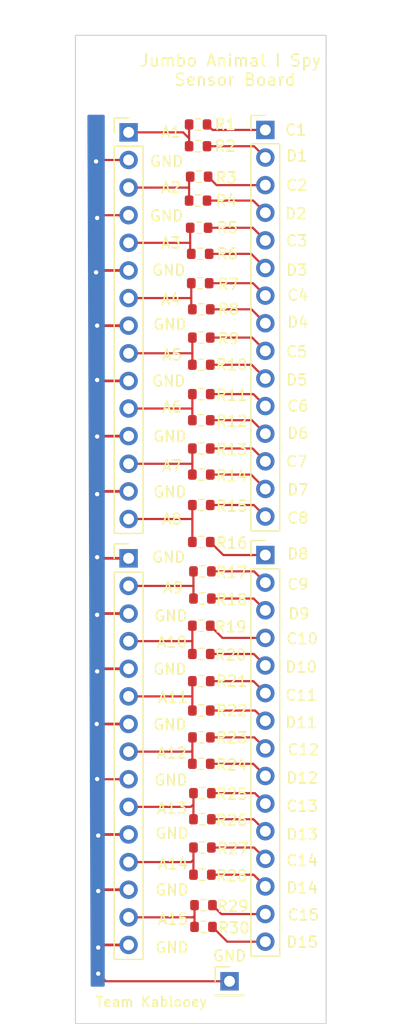
<source format=kicad_pcb>
(kicad_pcb (version 20211014) (generator pcbnew)
  (layers (0 "F.Cu" signal) (31 "B.Cu" signal) (34 "B.Paste" user) (35 "F.Paste" user) (36 "B.SilkS" user "B.Silkscreen") (37 "F.SilkS" user "F.Silkscreen") (38 "B.Mask" user) (39 "F.Mask" user) (44 "Edge.Cuts" user))
  (net 0 "")
  (net 1 "Analog1")
  (net 2 "Analog2")
  (net 3 "Analog3")
  (net 4 "Analog4")
  (net 5 "Analog5")
  (net 6 "Analog6")
  (net 7 "Analog7")
  (net 8 "Analog8")
  (net 9 "Analog9")
  (net 10 "Analog10")
  (net 11 "Analog11")
  (net 12 "Analog12")
  (net 13 "C1 charge")
  (net 14 "C1 discharge")
  (net 15 "GND")
  (net 16 "C2 charge")
  (net 17 "C6 charge")
  (net 18 "C6 discharge")
  (net 19 "C3 charge")
  (net 20 "C3 discharge")
  (net 21 "C4 charge")
  (net 22 "C4 discharge")
  (net 23 "C5 charge")
  (net 24 "C5 discharge")
  (net 25 "C2 discharge")
  (net 26 "C7 charge")
  (net 27 "C7 discharge")
  (net 28 "C8 charge")
  (net 29 "C8 discharge")
  (net 30 "C9 charge")
  (net 31 "C9 discharge")
  (net 32 "C10 charge")
  (net 33 "C10 discharge")
  (net 34 "C11 charge")
  (net 35 "C11 discharge")
  (net 36 "C12 charge")
  (net 37 "C12 discharge")
  (net 38 "C13 charge")
  (net 39 "Analog13")
  (net 40 "C13 discharge")
  (net 41 "C14 charge")
  (net 42 "Analog14")
  (net 43 "C14 discharge")
  (net 44 "C15 charge")
  (net 45 "Analog15")
  (net 46 "C15 discharge")
  (footprint "Resistor_SMD:R_0603_1608Metric" (layer "F.Cu") (at 128.1 85.4 180)
    (fp_text reference "R3" (at -2.5 -0.1) (layer "F.SilkS"))
    (fp_text value "10k")
    (fp_line (start -0.237258 0.5225) (end 0.237258 0.5225) (layer "F.SilkS") (width 0.12))
    (fp_line (start -0.237258 -0.5225) (end 0.237258 -0.5225) (layer "F.SilkS") (width 0.12))
    (pad "1" smd roundrect (at -0.825 0 180) (size 0.8 0.95) (layers "F.Cu" "F.Paste" "F.Mask") (net 16 "C2 charge"))
    (pad "2" smd roundrect (at 0.825 0 180) (size 0.8 0.95) (layers "F.Cu" "F.Paste" "F.Mask") (net 2 "Analog2"))
  )
  (footprint "Resistor_SMD:R_0603_1608Metric" (layer "F.Cu") (at 128 80.6 180)
    (fp_text reference "R1" (at -2.5 0) (layer "F.SilkS"))
    (fp_text value "10k")
    (fp_line (start -0.237258 0.5225) (end 0.237258 0.5225) (layer "F.SilkS") (width 0.12))
    (fp_line (start -0.237258 -0.5225) (end 0.237258 -0.5225) (layer "F.SilkS") (width 0.12))
    (pad "1" smd roundrect (at -0.825 0 180) (size 0.8 0.95) (layers "F.Cu" "F.Paste" "F.Mask") (net 13 "C1 charge"))
    (pad "2" smd roundrect (at 0.825 0 180) (size 0.8 0.95) (layers "F.Cu" "F.Paste" "F.Mask") (net 1 "Analog1"))
  )
  (footprint "Resistor_SMD:R_0603_1608Metric" (layer "F.Cu") (at 128.3 107.8)
    (fp_text reference "R12" (at 2.8 0.1) (layer "F.SilkS"))
    (fp_text value "220")
    (fp_line (start -0.237258 -0.5225) (end 0.237258 -0.5225) (layer "F.SilkS") (width 0.12))
    (fp_line (start -0.237258 0.5225) (end 0.237258 0.5225) (layer "F.SilkS") (width 0.12))
    (pad "1" smd roundrect (at -0.825 0) (size 0.8 0.95) (layers "F.Cu" "F.Paste" "F.Mask") (net 6 "Analog6"))
    (pad "2" smd roundrect (at 0.825 0) (size 0.8 0.95) (layers "F.Cu" "F.Paste" "F.Mask") (net 18 "C6 discharge"))
  )
  (footprint "Resistor_SMD:R_0603_1608Metric" (layer "F.Cu") (at 128 87.6)
    (fp_text reference "R4" (at 2.6 0) (layer "F.SilkS"))
    (fp_text value "220")
    (fp_line (start -0.237258 0.5225) (end 0.237258 0.5225) (layer "F.SilkS") (width 0.12))
    (fp_line (start -0.237258 -0.5225) (end 0.237258 -0.5225) (layer "F.SilkS") (width 0.12))
    (pad "1" smd roundrect (at -0.825 0) (size 0.8 0.95) (layers "F.Cu" "F.Paste" "F.Mask") (net 2 "Analog2"))
    (pad "2" smd roundrect (at 0.825 0) (size 0.8 0.95) (layers "F.Cu" "F.Paste" "F.Mask") (net 25 "C2 discharge"))
  )
  (footprint "Resistor_SMD:R_0603_1608Metric" (layer "F.Cu") (at 128.3 112.8)
    (fp_text reference "R14" (at 2.8 0.1) (layer "F.SilkS"))
    (fp_text value "220")
    (fp_line (start -0.237258 0.5225) (end 0.237258 0.5225) (layer "F.SilkS") (width 0.12))
    (fp_line (start -0.237258 -0.5225) (end 0.237258 -0.5225) (layer "F.SilkS") (width 0.12))
    (pad "1" smd roundrect (at -0.825 0) (size 0.8 0.95) (layers "F.Cu" "F.Paste" "F.Mask") (net 7 "Analog7"))
    (pad "2" smd roundrect (at 0.825 0) (size 0.8 0.95) (layers "F.Cu" "F.Paste" "F.Mask") (net 27 "C7 discharge"))
  )
  (footprint "Connector_PinHeader_2.54mm:PinHeader_1x15_P2.54mm_Vertical" (layer "F.Cu") (at 134.2 81.1)
    (fp_text reference "Charge/DischargePins1" hide)
    (fp_text value "Conn_01x15_Female")
    (fp_line (start -1.33 -1.33) (end 0 -1.33) (layer "F.SilkS") (width 0.12))
    (fp_line (start -1.33 1.27) (end -1.33 36.89) (layer "F.SilkS") (width 0.12))
    (fp_line (start -1.33 36.89) (end 1.33 36.89) (layer "F.SilkS") (width 0.12))
    (fp_line (start -1.33 0) (end -1.33 -1.33) (layer "F.SilkS") (width 0.12))
    (fp_line (start 1.33 1.27) (end 1.33 36.89) (layer "F.SilkS") (width 0.12))
    (fp_line (start -1.33 1.27) (end 1.33 1.27) (layer "F.SilkS") (width 0.12))
    (pad "1" thru_hole rect (at 0 0) (size 1.7 1.7) (drill 1) (layers *.Cu *.Mask) (net 13 "C1 charge"))
    (pad "2" thru_hole oval (at 0 2.54) (size 1.7 1.7) (drill 1) (layers *.Cu *.Mask) (net 14 "C1 discharge"))
    (pad "3" thru_hole oval (at 0 5.08) (size 1.7 1.7) (drill 1) (layers *.Cu *.Mask) (net 16 "C2 charge"))
    (pad "4" thru_hole oval (at 0 7.62) (size 1.7 1.7) (drill 1) (layers *.Cu *.Mask) (net 25 "C2 discharge"))
    (pad "5" thru_hole oval (at 0 10.16) (size 1.7 1.7) (drill 1) (layers *.Cu *.Mask) (net 19 "C3 charge"))
    (pad "6" thru_hole oval (at 0 12.7) (size 1.7 1.7) (drill 1) (layers *.Cu *.Mask) (net 20 "C3 discharge"))
    (pad "7" thru_hole oval (at 0 15.24) (size 1.7 1.7) (drill 1) (layers *.Cu *.Mask) (net 21 "C4 charge"))
    (pad "8" thru_hole oval (at 0 17.78) (size 1.7 1.7) (drill 1) (layers *.Cu *.Mask) (net 22 "C4 discharge"))
    (pad "9" thru_hole oval (at 0 20.32) (size 1.7 1.7) (drill 1) (layers *.Cu *.Mask) (net 23 "C5 charge"))
    (pad "10" thru_hole oval (at 0 22.86) (size 1.7 1.7) (drill 1) (layers *.Cu *.Mask) (net 24 "C5 discharge"))
    (pad "11" thru_hole oval (at 0 25.4) (size 1.7 1.7) (drill 1) (layers *.Cu *.Mask) (net 17 "C6 charge"))
    (pad "12" thru_hole oval (at 0 27.94) (size 1.7 1.7) (drill 1) (layers *.Cu *.Mask) (net 18 "C6 discharge"))
    (pad "13" thru_hole oval (at 0 30.48) (size 1.7 1.7) (drill 1) (layers *.Cu *.Mask) (net 26 "C7 charge"))
    (pad "14" thru_hole oval (at 0 33.02) (size 1.7 1.7) (drill 1) (layers *.Cu *.Mask) (net 27 "C7 discharge"))
    (pad "15" thru_hole oval (at 0 35.56) (size 1.7 1.7) (drill 1) (layers *.Cu *.Mask) (net 28 "C8 charge"))
  )
  (footprint "Resistor_SMD:R_0603_1608Metric" (layer "F.Cu") (at 128.31 136.97 180)
    (fp_text reference "R23" (at -2.79 -0.03) (layer "F.SilkS"))
    (fp_text value "10k")
    (fp_line (start -0.237258 -0.5225) (end 0.237258 -0.5225) (layer "F.SilkS") (width 0.12))
    (fp_line (start -0.237258 0.5225) (end 0.237258 0.5225) (layer "F.SilkS") (width 0.12))
    (pad "1" smd roundrect (at -0.825 0 180) (size 0.8 0.95) (layers "F.Cu" "F.Paste" "F.Mask") (net 36 "C12 charge"))
    (pad "2" smd roundrect (at 0.825 0 180) (size 0.8 0.95) (layers "F.Cu" "F.Paste" "F.Mask") (net 12 "Analog12"))
  )
  (footprint "MountingHole:MountingHole_2.1mm" (layer "F.Cu") (at 136.6 160.4)
    (fp_text reference "REF**" hide)
    (fp_text value "MountingHole_2.1mm")
    (pad "" np_thru_hole circle (at 0 0) (size 2.1 2.1) (drill 2.1) (layers *.Cu *.Mask))
  )
  (footprint "Resistor_SMD:R_0603_1608Metric" (layer "F.Cu") (at 128.5 152.4 180)
    (fp_text reference "R29" (at -2.7 -0.1) (layer "F.SilkS"))
    (fp_text value "10k")
    (fp_line (start -0.237258 0.5225) (end 0.237258 0.5225) (layer "F.SilkS") (width 0.12))
    (fp_line (start -0.237258 -0.5225) (end 0.237258 -0.5225) (layer "F.SilkS") (width 0.12))
    (pad "1" smd roundrect (at -0.825 0 180) (size 0.8 0.95) (layers "F.Cu" "F.Paste" "F.Mask") (net 44 "C15 charge"))
    (pad "2" smd roundrect (at 0.825 0 180) (size 0.8 0.95) (layers "F.Cu" "F.Paste" "F.Mask") (net 45 "Analog15"))
  )
  (footprint "Resistor_SMD:R_0603_1608Metric" (layer "F.Cu") (at 128.4 149.6)
    (fp_text reference "R28" (at 2.7 0.1) (layer "F.SilkS"))
    (fp_text value "220")
    (fp_line (start -0.237258 0.5225) (end 0.237258 0.5225) (layer "F.SilkS") (width 0.12))
    (fp_line (start -0.237258 -0.5225) (end 0.237258 -0.5225) (layer "F.SilkS") (width 0.12))
    (pad "1" smd roundrect (at -0.825 0) (size 0.8 0.95) (layers "F.Cu" "F.Paste" "F.Mask") (net 42 "Analog14"))
    (pad "2" smd roundrect (at 0.825 0) (size 0.8 0.95) (layers "F.Cu" "F.Paste" "F.Mask") (net 43 "C14 discharge"))
  )
  (footprint "Resistor_SMD:R_0603_1608Metric" (layer "F.Cu") (at 128.3 97.6)
    (fp_text reference "R8" (at 2.5 0) (layer "F.SilkS"))
    (fp_text value "220")
    (fp_line (start -0.237258 0.5225) (end 0.237258 0.5225) (layer "F.SilkS") (width 0.12))
    (fp_line (start -0.237258 -0.5225) (end 0.237258 -0.5225) (layer "F.SilkS") (width 0.12))
    (pad "1" smd roundrect (at -0.825 0) (size 0.8 0.95) (layers "F.Cu" "F.Paste" "F.Mask") (net 4 "Analog4"))
    (pad "2" smd roundrect (at 0.825 0) (size 0.8 0.95) (layers "F.Cu" "F.Paste" "F.Mask") (net 22 "C4 discharge"))
  )
  (footprint "Resistor_SMD:R_0603_1608Metric" (layer "F.Cu") (at 128.4 124.2)
    (fp_text reference "R18" (at 2.7 0.1) (layer "F.SilkS"))
    (fp_text value "220")
    (fp_line (start -0.237258 0.5225) (end 0.237258 0.5225) (layer "F.SilkS") (width 0.12))
    (fp_line (start -0.237258 -0.5225) (end 0.237258 -0.5225) (layer "F.SilkS") (width 0.12))
    (pad "1" smd roundrect (at -0.825 0) (size 0.8 0.95) (layers "F.Cu" "F.Paste" "F.Mask") (net 9 "Analog9"))
    (pad "2" smd roundrect (at 0.825 0) (size 0.8 0.95) (layers "F.Cu" "F.Paste" "F.Mask") (net 31 "C9 discharge"))
  )
  (footprint "Resistor_SMD:R_0603_1608Metric" (layer "F.Cu") (at 128.3 110.4 180)
    (fp_text reference "R13" (at -2.8 -0.1) (layer "F.SilkS"))
    (fp_text value "10k")
    (fp_line (start -0.237258 0.5225) (end 0.237258 0.5225) (layer "F.SilkS") (width 0.12))
    (fp_line (start -0.237258 -0.5225) (end 0.237258 -0.5225) (layer "F.SilkS") (width 0.12))
    (pad "1" smd roundrect (at -0.825 0 180) (size 0.8 0.95) (layers "F.Cu" "F.Paste" "F.Mask") (net 26 "C7 charge"))
    (pad "2" smd roundrect (at 0.825 0 180) (size 0.8 0.95) (layers "F.Cu" "F.Paste" "F.Mask") (net 7 "Analog7"))
  )
  (footprint "Resistor_SMD:R_0603_1608Metric" (layer "F.Cu") (at 128.3 129.3)
    (fp_text reference "R20" (at 2.7 0.1) (layer "F.SilkS"))
    (fp_text value "220")
    (fp_line (start -0.237258 0.5225) (end 0.237258 0.5225) (layer "F.SilkS") (width 0.12))
    (fp_line (start -0.237258 -0.5225) (end 0.237258 -0.5225) (layer "F.SilkS") (width 0.12))
    (pad "1" smd roundrect (at -0.825 0) (size 0.8 0.95) (layers "F.Cu" "F.Paste" "F.Mask") (net 10 "Analog10"))
    (pad "2" smd roundrect (at 0.825 0) (size 0.8 0.95) (layers "F.Cu" "F.Paste" "F.Mask") (net 33 "C10 discharge"))
  )
  (footprint "Resistor_SMD:R_0603_1608Metric" (layer "F.Cu") (at 128.4 147.1 180)
    (fp_text reference "R27" (at -2.8 -0.1) (layer "F.SilkS"))
    (fp_text value "10k")
    (fp_line (start -0.237258 0.5225) (end 0.237258 0.5225) (layer "F.SilkS") (width 0.12))
    (fp_line (start -0.237258 -0.5225) (end 0.237258 -0.5225) (layer "F.SilkS") (width 0.12))
    (pad "1" smd roundrect (at -0.825 0 180) (size 0.8 0.95) (layers "F.Cu" "F.Paste" "F.Mask") (net 41 "C14 charge"))
    (pad "2" smd roundrect (at 0.825 0 180) (size 0.8 0.95) (layers "F.Cu" "F.Paste" "F.Mask") (net 42 "Analog14"))
  )
  (footprint "Resistor_SMD:R_0603_1608Metric" (layer "F.Cu") (at 128.3 131.8 180)
    (fp_text reference "R21" (at -2.8 0) (layer "F.SilkS"))
    (fp_text value "10k")
    (fp_line (start -0.237258 0.5225) (end 0.237258 0.5225) (layer "F.SilkS") (width 0.12))
    (fp_line (start -0.237258 -0.5225) (end 0.237258 -0.5225) (layer "F.SilkS") (width 0.12))
    (pad "1" smd roundrect (at -0.825 0 180) (size 0.8 0.95) (layers "F.Cu" "F.Paste" "F.Mask") (net 34 "C11 charge"))
    (pad "2" smd roundrect (at 0.825 0 180) (size 0.8 0.95) (layers "F.Cu" "F.Paste" "F.Mask") (net 11 "Analog11"))
  )
  (footprint "Resistor_SMD:R_0603_1608Metric" (layer "F.Cu") (at 128.3 126.7 180)
    (fp_text reference "R19" (at -2.7 -0.1) (layer "F.SilkS"))
    (fp_text value "10k")
    (fp_line (start -0.237258 0.5225) (end 0.237258 0.5225) (layer "F.SilkS") (width 0.12))
    (fp_line (start -0.237258 -0.5225) (end 0.237258 -0.5225) (layer "F.SilkS") (width 0.12))
    (pad "1" smd roundrect (at -0.825 0 180) (size 0.8 0.95) (layers "F.Cu" "F.Paste" "F.Mask") (net 32 "C10 charge"))
    (pad "2" smd roundrect (at 0.825 0 180) (size 0.8 0.95) (layers "F.Cu" "F.Paste" "F.Mask") (net 10 "Analog10"))
  )
  (footprint "MountingHole:MountingHole_2.1mm" (layer "F.Cu") (at 120 76.1)
    (fp_text reference "REF**" hide)
    (fp_text value "MountingHole_2.1mm")
    (pad "" np_thru_hole circle (at 0 0) (size 2.1 2.1) (drill 2.1) (layers *.Cu *.Mask))
  )
  (footprint "Resistor_SMD:R_0603_1608Metric" (layer "F.Cu") (at 128.4 142.1 180)
    (fp_text reference "R25" (at -2.7 -0.1) (layer "F.SilkS"))
    (fp_text value "10k")
    (fp_line (start -0.237258 -0.5225) (end 0.237258 -0.5225) (layer "F.SilkS") (width 0.12))
    (fp_line (start -0.237258 0.5225) (end 0.237258 0.5225) (layer "F.SilkS") (width 0.12))
    (pad "1" smd roundrect (at -0.825 0 180) (size 0.8 0.95) (layers "F.Cu" "F.Paste" "F.Mask") (net 38 "C13 charge"))
    (pad "2" smd roundrect (at 0.825 0 180) (size 0.8 0.95) (layers "F.Cu" "F.Paste" "F.Mask") (net 39 "Analog13"))
  )
  (footprint "Resistor_SMD:R_0603_1608Metric" (layer "F.Cu") (at 128.5 154.4)
    (fp_text reference "R30" (at 2.8 0.1) (layer "F.SilkS"))
    (fp_text value "220")
    (fp_line (start -0.237258 -0.5225) (end 0.237258 -0.5225) (layer "F.SilkS") (width 0.12))
    (fp_line (start -0.237258 0.5225) (end 0.237258 0.5225) (layer "F.SilkS") (width 0.12))
    (pad "1" smd roundrect (at -0.825 0) (size 0.8 0.95) (layers "F.Cu" "F.Paste" "F.Mask") (net 45 "Analog15"))
    (pad "2" smd roundrect (at 0.825 0) (size 0.8 0.95) (layers "F.Cu" "F.Paste" "F.Mask") (net 46 "C15 discharge"))
  )
  (footprint "Connector_PinHeader_2.54mm:PinHeader_1x15_P2.54mm_Vertical" (layer "F.Cu") (at 134.2 120.2)
    (fp_text reference "Charge/DischargePins2" hide)
    (fp_text value "Conn_01x15_Female")
    (fp_line (start 1.33 1.27) (end 1.33 36.89) (layer "F.SilkS") (width 0.12))
    (fp_line (start -1.33 36.89) (end 1.33 36.89) (layer "F.SilkS") (width 0.12))
    (fp_line (start -1.33 1.27) (end -1.33 36.89) (layer "F.SilkS") (width 0.12))
    (fp_line (start -1.33 -1.33) (end 0 -1.33) (layer "F.SilkS") (width 0.12))
    (fp_line (start -1.33 1.27) (end 1.33 1.27) (layer "F.SilkS") (width 0.12))
    (fp_line (start -1.33 0) (end -1.33 -1.33) (layer "F.SilkS") (width 0.12))
    (pad "1" thru_hole rect (at 0 0) (size 1.7 1.7) (drill 1) (layers *.Cu *.Mask) (net 29 "C8 discharge"))
    (pad "2" thru_hole oval (at 0 2.54) (size 1.7 1.7) (drill 1) (layers *.Cu *.Mask) (net 30 "C9 charge"))
    (pad "3" thru_hole oval (at 0 5.08) (size 1.7 1.7) (drill 1) (layers *.Cu *.Mask) (net 31 "C9 discharge"))
    (pad "4" thru_hole oval (at 0 7.62) (size 1.7 1.7) (drill 1) (layers *.Cu *.Mask) (net 32 "C10 charge"))
    (pad "5" thru_hole oval (at 0 10.16) (size 1.7 1.7) (drill 1) (layers *.Cu *.Mask) (net 33 "C10 discharge"))
    (pad "6" thru_hole oval (at 0 12.7) (size 1.7 1.7) (drill 1) (layers *.Cu *.Mask) (net 34 "C11 charge"))
    (pad "7" thru_hole oval (at 0 15.24) (size 1.7 1.7) (drill 1) (layers *.Cu *.Mask) (net 35 "C11 discharge"))
    (pad "8" thru_hole oval (at 0 17.78) (size 1.7 1.7) (drill 1) (layers *.Cu *.Mask) (net 36 "C12 charge"))
    (pad "9" thru_hole oval (at 0 20.32) (size 1.7 1.7) (drill 1) (layers *.Cu *.Mask) (net 37 "C12 discharge"))
    (pad "10" thru_hole oval (at 0 22.86) (size 1.7 1.7) (drill 1) (layers *.Cu *.Mask) (net 38 "C13 charge"))
    (pad "11" thru_hole oval (at 0 25.4) (size 1.7 1.7) (drill 1) (layers *.Cu *.Mask) (net 40 "C13 discharge"))
    (pad "12" thru_hole oval (at 0 27.94) (size 1.7 1.7) (drill 1) (layers *.Cu *.Mask) (net 41 "C14 charge"))
    (pad "13" thru_hole oval (at 0 30.48) (size 1.7 1.7) (drill 1) (layers *.Cu *.Mask) (net 43 "C14 discharge"))
    (pad "14" thru_hole oval (at 0 33.02) (size 1.7 1.7) (drill 1) (layers *.Cu *.Mask) (net 44 "C15 charge"))
    (pad "15" thru_hole oval (at 0 35.56) (size 1.7 1.7) (drill 1) (layers *.Cu *.Mask) (net 46 "C15 discharge"))
  )
  (footprint "Resistor_SMD:R_0603_1608Metric" (layer "F.Cu") (at 128.3 100.2 180)
    (fp_text reference "R9" (at -2.5 -0.1) (layer "F.SilkS"))
    (fp_text value "10k")
    (fp_line (start -0.237258 -0.5225) (end 0.237258 -0.5225) (layer "F.SilkS") (width 0.12))
    (fp_line (start -0.237258 0.5225) (end 0.237258 0.5225) (layer "F.SilkS") (width 0.12))
    (pad "1" smd roundrect (at -0.825 0 180) (size 0.8 0.95) (layers "F.Cu" "F.Paste" "F.Mask") (net 23 "C5 charge"))
    (pad "2" smd roundrect (at 0.825 0 180) (size 0.8 0.95) (layers "F.Cu" "F.Paste" "F.Mask") (net 5 "Analog5"))
  )
  (footprint "Resistor_SMD:R_0603_1608Metric" (layer "F.Cu") (at 128 82.6)
    (fp_text reference "R2" (at 2.5 0) (layer "F.SilkS"))
    (fp_text value "220")
    (fp_line (start -0.237258 0.5225) (end 0.237258 0.5225) (layer "F.SilkS") (width 0.12))
    (fp_line (start -0.237258 -0.5225) (end 0.237258 -0.5225) (layer "F.SilkS") (width 0.12))
    (pad "1" smd roundrect (at -0.825 0) (size 0.8 0.95) (layers "F.Cu" "F.Paste" "F.Mask") (net 1 "Analog1"))
    (pad "2" smd roundrect (at 0.825 0) (size 0.8 0.95) (layers "F.Cu" "F.Paste" "F.Mask") (net 14 "C1 discharge"))
  )
  (footprint "Resistor_SMD:R_0603_1608Metric" (layer "F.Cu") (at 128.3 115.6 180)
    (fp_text reference "R15" (at -2.8 -0.1) (layer "F.SilkS"))
    (fp_text value "10k")
    (fp_line (start -0.237258 -0.5225) (end 0.237258 -0.5225) (layer "F.SilkS") (width 0.12))
    (fp_line (start -0.237258 0.5225) (end 0.237258 0.5225) (layer "F.SilkS") (width 0.12))
    (pad "1" smd roundrect (at -0.825 0 180) (size 0.8 0.95) (layers "F.Cu" "F.Paste" "F.Mask") (net 28 "C8 charge"))
    (pad "2" smd roundrect (at 0.825 0 180) (size 0.8 0.95) (layers "F.Cu" "F.Paste" "F.Mask") (net 8 "Analog8"))
  )
  (footprint "Resistor_SMD:R_0603_1608Metric" (layer "F.Cu") (at 128.3 105.4 180)
    (fp_text reference "R11" (at -2.8 -0.1) (layer "F.SilkS"))
    (fp_text value "10k")
    (fp_line (start -0.237258 0.5225) (end 0.237258 0.5225) (layer "F.SilkS") (width 0.12))
    (fp_line (start -0.237258 -0.5225) (end 0.237258 -0.5225) (layer "F.SilkS") (width 0.12))
    (pad "1" smd roundrect (at -0.825 0 180) (size 0.8 0.95) (layers "F.Cu" "F.Paste" "F.Mask") (net 17 "C6 charge"))
    (pad "2" smd roundrect (at 0.825 0 180) (size 0.8 0.95) (layers "F.Cu" "F.Paste" "F.Mask") (net 6 "Analog6"))
  )
  (footprint "Resistor_SMD:R_0603_1608Metric" (layer "F.Cu") (at 128.2 95.2 180)
    (fp_text reference "R7" (at -2.6 -0.1) (layer "F.SilkS"))
    (fp_text value "10k")
    (fp_line (start -0.237258 0.5225) (end 0.237258 0.5225) (layer "F.SilkS") (width 0.12))
    (fp_line (start -0.237258 -0.5225) (end 0.237258 -0.5225) (layer "F.SilkS") (width 0.12))
    (pad "1" smd roundrect (at -0.825 0 180) (size 0.8 0.95) (layers "F.Cu" "F.Paste" "F.Mask") (net 21 "C4 charge"))
    (pad "2" smd roundrect (at 0.825 0 180) (size 0.8 0.95) (layers "F.Cu" "F.Paste" "F.Mask") (net 4 "Analog4"))
  )
  (footprint "Resistor_SMD:R_0603_1608Metric" (layer "F.Cu") (at 128.3 119)
    (fp_text reference "R16" (at 2.8 0.1) (layer "F.SilkS"))
    (fp_text value "220")
    (fp_line (start -0.237258 -0.5225) (end 0.237258 -0.5225) (layer "F.SilkS") (width 0.12))
    (fp_line (start -0.237258 0.5225) (end 0.237258 0.5225) (layer "F.SilkS") (width 0.12))
    (pad "1" smd roundrect (at -0.825 0) (size 0.8 0.95) (layers "F.Cu" "F.Paste" "F.Mask") (net 8 "Analog8"))
    (pad "2" smd roundrect (at 0.825 0) (size 0.8 0.95) (layers "F.Cu" "F.Paste" "F.Mask") (net 29 "C8 discharge"))
  )
  (footprint "Resistor_SMD:R_0603_1608Metric" (layer "F.Cu") (at 128.4 144.5)
    (fp_text reference "R26" (at 2.7 0.1) (layer "F.SilkS"))
    (fp_text value "220")
    (fp_line (start -0.237258 -0.5225) (end 0.237258 -0.5225) (layer "F.SilkS") (width 0.12))
    (fp_line (start -0.237258 0.5225) (end 0.237258 0.5225) (layer "F.SilkS") (width 0.12))
    (pad "1" smd roundrect (at -0.825 0) (size 0.8 0.95) (layers "F.Cu" "F.Paste" "F.Mask") (net 39 "Analog13"))
    (pad "2" smd roundrect (at 0.825 0) (size 0.8 0.95) (layers "F.Cu" "F.Paste" "F.Mask") (net 40 "C13 discharge"))
  )
  (footprint "Resistor_SMD:R_0603_1608Metric" (layer "F.Cu") (at 128.3 139.4)
    (fp_text reference "R24" (at 2.8 0.1) (layer "F.SilkS"))
    (fp_text value "220")
    (fp_line (start -0.237258 0.5225) (end 0.237258 0.5225) (layer "F.SilkS") (width 0.12))
    (fp_line (start -0.237258 -0.5225) (end 0.237258 -0.5225) (layer "F.SilkS") (width 0.12))
    (pad "1" smd roundrect (at -0.825 0) (size 0.8 0.95) (layers "F.Cu" "F.Paste" "F.Mask") (net 12 "Analog12"))
    (pad "2" smd roundrect (at 0.825 0) (size 0.8 0.95) (layers "F.Cu" "F.Paste" "F.Mask") (net 37 "C12 discharge"))
  )
  (footprint "Connector_PinHeader_2.54mm:PinHeader_1x15_P2.54mm_Vertical" (layer "F.Cu") (at 121.6 120.5)
    (fp_text reference "Analog/GroundPins2" hide)
    (fp_text value "Screw_Terminal_01x15")
    (fp_line (start 1.33 1.27) (end 1.33 36.89) (layer "F.SilkS") (width 0.12))
    (fp_line (start -1.33 1.27) (end 1.33 1.27) (layer "F.SilkS") (width 0.12))
    (fp_line (start -1.33 -1.33) (end 0 -1.33) (layer "F.SilkS") (width 0.12))
    (fp_line (start -1.33 0) (end -1.33 -1.33) (layer "F.SilkS") (width 0.12))
    (fp_line (start -1.33 36.89) (end 1.33 36.89) (layer "F.SilkS") (width 0.12))
    (fp_line (start -1.33 1.27) (end -1.33 36.89) (layer "F.SilkS") (width 0.12))
    (pad "1" thru_hole rect (at 0 0) (size 1.7 1.7) (drill 1) (layers *.Cu *.Mask) (net 15 "GND"))
    (pad "2" thru_hole oval (at 0 2.54) (size 1.7 1.7) (drill 1) (layers *.Cu *.Mask) (net 9 "Analog9"))
    (pad "3" thru_hole oval (at 0 5.08) (size 1.7 1.7) (drill 1) (layers *.Cu *.Mask) (net 15 "GND"))
    (pad "4" thru_hole oval (at 0 7.62) (size 1.7 1.7) (drill 1) (layers *.Cu *.Mask) (net 10 "Analog10"))
    (pad "5" thru_hole oval (at 0 10.16) (size 1.7 1.7) (drill 1) (layers *.Cu *.Mask) (net 15 "GND"))
    (pad "6" thru_hole oval (at 0 12.7) (size 1.7 1.7) (drill 1) (layers *.Cu *.Mask) (net 11 "Analog11"))
    (pad "7" thru_hole oval (at 0 15.24) (size 1.7 1.7) (drill 1) (layers *.Cu *.Mask) (net 15 "GND"))
    (pad "8" thru_hole oval (at 0 17.78) (size 1.7 1.7) (drill 1) (layers *.Cu *.Mask) (net 12 "Analog12"))
    (pad "9" thru_hole oval (at 0 20.32) (size 1.7 1.7) (drill 1) (layers *.Cu *.Mask) (net 15 "GND"))
    (pad "10" thru_hole oval (at 0 22.86) (size 1.7 1.7) (drill 1) (layers *.Cu *.Mask) (net 39 "Analog13"))
    (pad "11" thru_hole oval (at 0 25.4) (size 1.7 1.7) (drill 1) (layers *.Cu *.Mask) (net 15 "GND"))
    (pad "12" thru_hole oval (at 0 27.94) (size 1.7 1.7) (drill 1) (layers *.Cu *.Mask) (net 42 "Analog14"))
    (pad "13" thru_hole oval (at 0 30.48) (size 1.7 1.7) (drill 1) (layers *.Cu *.Mask) (net 15 "GND"))
    (pad "14" thru_hole oval (at 0 33.02) (size 1.7 1.7) (drill 1) (layers *.Cu *.Mask) (net 45 "Analog15"))
    (pad "15" thru_hole oval (at 0 35.56) (size 1.7 1.7) (drill 1) (layers *.Cu *.Mask) (net 15 "GND"))
  )
  (footprint "Resistor_SMD:R_0603_1608Metric" (layer "F.Cu") (at 128.3 134.5)
    (fp_text reference "R22" (at 2.8 0) (layer "F.SilkS"))
    (fp_text value "220")
    (fp_line (start -0.237258 -0.5225) (end 0.237258 -0.5225) (layer "F.SilkS") (width 0.12))
    (fp_line (start -0.237258 0.5225) (end 0.237258 0.5225) (layer "F.SilkS") (width 0.12))
    (pad "1" smd roundrect (at -0.825 0) (size 0.8 0.95) (layers "F.Cu" "F.Paste" "F.Mask") (net 11 "Analog11"))
    (pad "2" smd roundrect (at 0.825 0) (size 0.8 0.95) (layers "F.Cu" "F.Paste" "F.Mask") (net 35 "C11 discharge"))
  )
  (footprint "Connector_PinHeader_2.54mm:PinHeader_1x01_P2.54mm_Vertical" (layer "F.Cu") (at 130.9 159.4)
    (fp_text reference "GND" (at 0 -2.33) (layer "F.SilkS"))
    (fp_text value "Conn_01x01_Female")
    (fp_line (start -1.33 1.33) (end 1.33 1.33) (layer "F.SilkS") (width 0.12))
    (fp_line (start -1.33 0) (end -1.33 -1.33) (layer "F.SilkS") (width 0.12))
    (fp_line (start 1.33 1.27) (end 1.33 1.33) (layer "F.SilkS") (width 0.12))
    (fp_line (start -1.33 -1.33) (end 0 -1.33) (layer "F.SilkS") (width 0.12))
    (fp_line (start -1.33 1.27) (end 1.33 1.27) (layer "F.SilkS") (width 0.12))
    (fp_line (start -1.33 1.27) (end -1.33 1.33) (layer "F.SilkS") (width 0.12))
    (pad "1" thru_hole rect (at 0 0) (size 1.7 1.7) (drill 1) (layers *.Cu *.Mask) (net 15 "GND"))
  )
  (footprint "Resistor_SMD:R_0603_1608Metric" (layer "F.Cu") (at 128.2 92.5)
    (fp_text reference "R6" (at 2.5 0) (layer "F.SilkS"))
    (fp_text value "220")
    (fp_line (start -0.237258 -0.5225) (end 0.237258 -0.5225) (layer "F.SilkS") (width 0.12))
    (fp_line (start -0.237258 0.5225) (end 0.237258 0.5225) (layer "F.SilkS") (width 0.12))
    (pad "1" smd roundrect (at -0.825 0) (size 0.8 0.95) (layers "F.Cu" "F.Paste" "F.Mask") (net 3 "Analog3"))
    (pad "2" smd roundrect (at 0.825 0) (size 0.8 0.95) (layers "F.Cu" "F.Paste" "F.Mask") (net 20 "C3 discharge"))
  )
  (footprint "Connector_PinHeader_2.54mm:PinHeader_1x15_P2.54mm_Vertical" (layer "F.Cu") (at 121.6 81.325)
    (fp_text reference "Analog/GroundPins1" hide)
    (fp_text value "Screw_Terminal_01x15")
    (fp_line (start 1.33 1.27) (end 1.33 36.89) (layer "F.SilkS") (width 0.12))
    (fp_line (start -1.33 36.89) (end 1.33 36.89) (layer "F.SilkS") (width 0.12))
    (fp_line (start -1.33 1.27) (end 1.33 1.27) (layer "F.SilkS") (width 0.12))
    (fp_line (start -1.33 0) (end -1.33 -1.33) (layer "F.SilkS") (width 0.12))
    (fp_line (start -1.33 -1.33) (end 0 -1.33) (layer "F.SilkS") (width 0.12))
    (fp_line (start -1.33 1.27) (end -1.33 36.89) (layer "F.SilkS") (width 0.12))
    (pad "1" thru_hole rect (at 0 0) (size 1.7 1.7) (drill 1) (layers *.Cu *.Mask) (net 1 "Analog1"))
    (pad "2" thru_hole oval (at 0 2.54) (size 1.7 1.7) (drill 1) (layers *.Cu *.Mask) (net 15 "GND"))
    (pad "3" thru_hole oval (at 0 5.08) (size 1.7 1.7) (drill 1) (layers *.Cu *.Mask) (net 2 "Analog2"))
    (pad "4" thru_hole oval (at 0 7.62) (size 1.7 1.7) (drill 1) (layers *.Cu *.Mask) (net 15 "GND"))
    (pad "5" thru_hole oval (at 0 10.16) (size 1.7 1.7) (drill 1) (layers *.Cu *.Mask) (net 3 "Analog3"))
    (pad "6" thru_hole oval (at 0 12.7) (size 1.7 1.7) (drill 1) (layers *.Cu *.Mask) (net 15 "GND"))
    (pad "7" thru_hole oval (at 0 15.24) (size 1.7 1.7) (drill 1) (layers *.Cu *.Mask) (net 4 "Analog4"))
    (pad "8" thru_hole oval (at 0 17.78) (size 1.7 1.7) (drill 1) (layers *.Cu *.Mask) (net 15 "GND"))
    (pad "9" thru_hole oval (at 0 20.32) (size 1.7 1.7) (drill 1) (layers *.Cu *.Mask) (net 5 "Analog5"))
    (pad "10" thru_hole oval (at 0 22.86) (size 1.7 1.7) (drill 1) (layers *.Cu *.Mask) (net 15 "GND"))
    (pad "11" thru_hole oval (at 0 25.4) (size 1.7 1.7) (drill 1) (layers *.Cu *.Mask) (net 6 "Analog6"))
    (pad "12" thru_hole oval (at 0 27.94) (size 1.7 1.7) (drill 1) (layers *.Cu *.Mask) (net 15 "GND"))
    (pad "13" thru_hole oval (at 0 30.48) (size 1.7 1.7) (drill 1) (layers *.Cu *.Mask) (net 7 "Analog7"))
    (pad "14" thru_hole oval (at 0 33.02) (size 1.7 1.7) (drill 1) (layers *.Cu *.Mask) (net 15 "GND"))
    (pad "15" thru_hole oval (at 0 35.56) (size 1.7 1.7) (drill 1) (layers *.Cu *.Mask) (net 8 "Analog8"))
  )
  (footprint "Resistor_SMD:R_0603_1608Metric" (layer "F.Cu") (at 128.4 121.7 180)
    (fp_text reference "R17" (at -2.7 -0.1) (layer "F.SilkS"))
    (fp_text value "10k")
    (fp_line (start -0.237258 -0.5225) (end 0.237258 -0.5225) (layer "F.SilkS") (width 0.12))
    (fp_line (start -0.237258 0.5225) (end 0.237258 0.5225) (layer "F.SilkS") (width 0.12))
    (pad "1" smd roundrect (at -0.825 0 180) (size 0.8 0.95) (layers "F.Cu" "F.Paste" "F.Mask") (net 30 "C9 charge"))
    (pad "2" smd roundrect (at 0.825 0 180) (size 0.8 0.95) (layers "F.Cu" "F.Paste" "F.Mask") (net 9 "Analog9"))
  )
  (footprint "Resistor_SMD:R_0603_1608Metric" (layer "F.Cu") (at 128.1 90.1 180)
    (fp_text reference "R5" (at -2.6 0) (layer "F.SilkS"))
    (fp_text value "10k")
    (fp_line (start -0.237258 -0.5225) (end 0.237258 -0.5225) (layer "F.SilkS") (width 0.12))
    (fp_line (start -0.237258 0.5225) (end 0.237258 0.5225) (layer "F.SilkS") (width 0.12))
    (pad "1" smd roundrect (at -0.825 0 180) (size 0.8 0.95) (layers "F.Cu" "F.Paste" "F.Mask") (net 19 "C3 charge"))
    (pad "2" smd roundrect (at 0.825 0 180) (size 0.8 0.95) (layers "F.Cu" "F.Paste" "F.Mask") (net 3 "Analog3"))
  )
  (footprint "Resistor_SMD:R_0603_1608Metric" (layer "F.Cu") (at 128.3 102.7)
    (fp_text reference "R10" (at 2.8 0) (layer "F.SilkS"))
    (fp_text value "220")
    (fp_line (start -0.237258 0.5225) (end 0.237258 0.5225) (layer "F.SilkS") (width 0.12))
    (fp_line (start -0.237258 -0.5225) (end 0.237258 -0.5225) (layer "F.SilkS") (width 0.12))
    (pad "1" smd roundrect (at -0.825 0) (size 0.8 0.95) (layers "F.Cu" "F.Paste" "F.Mask") (net 5 "Analog5"))
    (pad "2" smd roundrect (at 0.825 0) (size 0.8 0.95) (layers "F.Cu" "F.Paste" "F.Mask") (net 24 "C5 discharge"))
  )
  (gr_rect (start 116.7 72.4) (end 139.8 163.3) (layer "Edge.Cuts") (width 0.1) (fill none))
  (gr_text "GND" (at 125.5 140.9) (layer "F.SilkS") (effects (font (size 1 1))))
  (gr_text "GND" (at 125.3 94) (layer "F.SilkS") (effects (font (size 1 1))))
  (gr_text "C8" (at 137.2 116.8) (layer "F.SilkS") (effects (font (size 1 1))))
  (gr_text "C9" (at 137.2 122.9) (layer "F.SilkS") (effects (font (size 1 1))))
  (gr_text "Jumbo Animal I Spy \nSensor Board\n" (at 131.4 75.6) (layer "F.SilkS") (effects (font (size 1.1 1.1))))
  (gr_text "GND" (at 125.5 125.8) (layer "F.SilkS") (effects (font (size 1 1))))
  (gr_text "A7" (at 125.6 112) (layer "F.SilkS") (effects (font (size 1 1))))
  (gr_text "A1" (at 125.5 81.3) (layer "F.SilkS") (effects (font (size 1 1))))
  (gr_text "A12" (at 125.6 138.4) (layer "F.SilkS") (effects (font (size 1 1))))
  (gr_text "C13" (at 137.6 143.3) (layer "F.SilkS") (effects (font (size 1 1))))
  (gr_text "GND" (at 125.4 130.7) (layer "F.SilkS") (effects (font (size 1 1))))
  (gr_text "D15" (at 137.6 155.8) (layer "F.SilkS") (effects (font (size 1 1))))
  (gr_text "GND" (at 125.3 104.2) (layer "F.SilkS") (effects (font (size 1 1))))
  (gr_text "A14\n" (at 125.7 148.6) (layer "F.SilkS") (effects (font (size 1 1))))
  (gr_text "C10" (at 137.6 127.9) (layer "F.SilkS") (effects (font (size 1 1))))
  (gr_text "A11" (at 125.7 133.3) (layer "F.SilkS") (effects (font (size 1 1))))
  (gr_text "GND" (at 125.6 151) (layer "F.SilkS") (effects (font (size 1 1))))
  (gr_text "C11" (at 137.5 133.1) (layer "F.SilkS") (effects (font (size 1 1))))
  (gr_text "A5" (at 125.6 101.8) (layer "F.SilkS") (effects (font (size 1 1))))
  (gr_text "A15" (at 125.7 153.7) (layer "F.SilkS") (effects (font (size 1 1))))
  (gr_text "A13\n" (at 125.6 143.5) (layer "F.SilkS") (effects (font (size 1 1))))
  (gr_text "GND" (at 125.1 89) (layer "F.SilkS") (effects (font (size 1 1))))
  (gr_text "A10\n" (at 125.6 128.2) (layer "F.SilkS") (effects (font (size 1 1))))
  (gr_text "GND" (at 125.3 120.4) (layer "F.SilkS") (effects (font (size 1 1))))
  (gr_text "GND" (at 125.6 145.8) (layer "F.SilkS") (effects (font (size 1 1))))
  (gr_text "D9" (at 137.3 125.6) (layer "F.SilkS") (effects (font (size 1 1))))
  (gr_text "C5" (at 137.1 101.5) (layer "F.SilkS") (effects (font (size 1 1))))
  (gr_text "D4" (at 137.2 98.8) (layer "F.SilkS") (effects (font (size 1 1))))
  (gr_text "D7" (at 137.2 114.2) (layer "F.SilkS") (effects (font (size 1 1))))
  (gr_text "C14" (at 137.6 148.3) (layer "F.SilkS") (effects (font (size 1 1))))
  (gr_text "GND" (at 125.4 99) (layer "F.SilkS") (effects (font (size 1 1))))
  (gr_text "C1" (at 137 81.1) (layer "F.SilkS") (effects (font (size 1 1))))
  (gr_text "D3" (at 137.1 94) (layer "F.SilkS") (effects (font (size 1 1))))
  (gr_text "C7" (at 137.1 111.6) (layer "F.SilkS") (effects (font (size 1 1))))
  (gr_text "C6" (at 137.2 106.5) (layer "F.SilkS") (effects (font (size 1 1))))
  (gr_text "GND" (at 125.4 135.8) (layer "F.SilkS") (effects (font (size 1 1))))
  (gr_text "GND" (at 125.4 114.4) (layer "F.SilkS") (effects (font (size 1 1))))
  (gr_text "D12" (at 137.6 140.7) (layer "F.SilkS") (effects (font (size 1 1))))
  (gr_text "D10" (at 137.5 130.5) (layer "F.SilkS") (effects (font (size 1 1))))
  (gr_text "A2\n" (at 125.5 86.4) (layer "F.SilkS") (effects (font (size 1 1))))
  (gr_text "Team Kablooey" (at 123.7 161.3) (layer "F.SilkS") (effects (font (size 0.9 0.9))))
  (gr_text "D2" (at 137 88.8) (layer "F.SilkS") (effects (font (size 1 1))))
  (gr_text "D5" (at 137.1 104.1) (layer "F.SilkS") (effects (font (size 1 1))))
  (gr_text "A3" (at 125.5 91.5) (layer "F.SilkS") (effects (font (size 1 1))))
  (gr_text "C2" (at 137.1 86.2) (layer "F.SilkS") (effects (font (size 1 1))))
  (gr_text "A9" (at 125.7 123.2) (layer "F.SilkS") (effects (font (size 1 1))))
  (gr_text "A6" (at 125.6 106.6) (layer "F.SilkS") (effects (font (size 1 1))))
  (gr_text "GND" (at 125.1 84) (layer "F.SilkS") (effects (font (size 1 1))))
  (gr_text "GND" (at 125.6 156.3) (layer "F.SilkS") (effects (font (size 1 1))))
  (gr_text "D8" (at 137.2 120.1) (layer "F.SilkS") (effects (font (size 1 1))))
  (gr_text "D14" (at 137.6 150.8) (layer "F.SilkS") (effects (font (size 1 1))))
  (gr_text "C3" (at 137.1 91.3) (layer "F.SilkS") (effects (font (size 1 1))))
  (gr_text "D13" (at 137.6 145.9) (layer "F.SilkS") (effects (font (size 1 1))))
  (gr_text "GND" (at 125.4 109.3) (layer "F.SilkS") (effects (font (size 1 1))))
  (gr_text "D6" (at 137.2 109) (layer "F.SilkS") (effects (font (size 1 1))))
  (gr_text "C12" (at 137.7 138.1) (layer "F.SilkS") (effects (font (size 1 1))))
  (gr_text "A8" (at 125.6 116.9) (layer "F.SilkS") (effects (font (size 1 1))))
  (gr_text "C15" (at 137.7 153.3) (layer "F.SilkS") (effects (font (size 1 1))))
  (gr_text "A4" (at 125.5 96.7) (layer "F.SilkS") (effects (font (size 1 1))))
  (gr_text "D1" (at 137.1 83.5) (layer "F.SilkS") (effects (font (size 1 1))))
  (gr_text "C4" (at 137.2 96.3) (layer "F.SilkS") (effects (font (size 1 1))))
  (gr_text "D11" (at 137.5 135.6) (layer "F.SilkS") (effects (font (size 1 1))))
  (segment (start 127.175 82.6) (end 127.175 81.875) (width 0.2) (layer "F.Cu") (net 1))
  (segment (start 127.175 81.875) (end 127.175 80.6) (width 0.2) (layer "F.Cu") (net 1))
  (segment (start 121.6 81.325) (end 126.625 81.325) (width 0.2) (layer "F.Cu") (net 1))
  (segment (start 126.625 81.325) (end 127.175 81.875) (width 0.2) (layer "F.Cu") (net 1))
  (segment (start 121.6 86.405) (end 127.055 86.405) (width 0.2) (layer "F.Cu") (net 2))
  (segment (start 127.055 86.405) (end 127.175 86.525) (width 0.2) (layer "F.Cu") (net 2))
  (segment (start 127.175 85.5) (end 127.275 85.4) (width 0.2) (layer "F.Cu") (net 2))
  (segment (start 127.175 87.6) (end 127.175 86.525) (width 0.2) (layer "F.Cu") (net 2))
  (segment (start 127.175 86.525) (end 127.175 85.5) (width 0.2) (layer "F.Cu") (net 2))
  (segment (start 127.275 90.1) (end 127.275 91.475) (width 0.2) (layer "F.Cu") (net 3))
  (segment (start 127.275 91.475) (end 127.275 92.4) (width 0.2) (layer "F.Cu") (net 3))
  (segment (start 127.275 92.4) (end 127.375 92.5) (width 0.2) (layer "F.Cu") (net 3))
  (segment (start 121.6 91.485) (end 127.265 91.485) (width 0.2) (layer "F.Cu") (net 3))
  (segment (start 127.265 91.485) (end 127.275 91.475) (width 0.2) (layer "F.Cu") (net 3))
  (segment (start 127.375 97.5) (end 127.475 97.6) (width 0.2) (layer "F.Cu") (net 4))
  (segment (start 127.375 96.525) (end 127.375 97.5) (width 0.2) (layer "F.Cu") (net 4))
  (segment (start 127.335 96.565) (end 127.375 96.525) (width 0.2) (layer "F.Cu") (net 4))
  (segment (start 127.375 95.2) (end 127.375 96.525) (width 0.2) (layer "F.Cu") (net 4))
  (segment (start 121.6 96.565) (end 127.335 96.565) (width 0.2) (layer "F.Cu") (net 4))
  (segment (start 127.475 100.2) (end 127.475 101.675) (width 0.2) (layer "F.Cu") (net 5))
  (segment (start 127.475 101.675) (end 127.475 102.7) (width 0.2) (layer "F.Cu") (net 5))
  (segment (start 127.445 101.645) (end 127.475 101.675) (width 0.2) (layer "F.Cu") (net 5))
  (segment (start 121.6 101.645) (end 127.445 101.645) (width 0.2) (layer "F.Cu") (net 5))
  (segment (start 127.475 106.825) (end 127.475 107.8) (width 0.2) (layer "F.Cu") (net 6))
  (segment (start 127.375 106.725) (end 127.475 106.825) (width 0.2) (layer "F.Cu") (net 6))
  (segment (start 121.6 106.725) (end 127.375 106.725) (width 0.2) (layer "F.Cu") (net 6))
  (segment (start 127.475 105.4) (end 127.475 106.825) (width 0.2) (layer "F.Cu") (net 6))
  (segment (start 127.475 110.4) (end 127.475 111.725) (width 0.2) (layer "F.Cu") (net 7))
  (segment (start 127.475 111.725) (end 127.475 112.8) (width 0.2) (layer "F.Cu") (net 7))
  (segment (start 121.6 111.805) (end 127.395 111.805) (width 0.2) (layer "F.Cu") (net 7))
  (segment (start 127.395 111.805) (end 127.475 111.725) (width 0.2) (layer "F.Cu") (net 7))
  (segment (start 127.475 115.6) (end 127.475 116.925) (width 0.2) (layer "F.Cu") (net 8))
  (segment (start 121.6 116.885) (end 127.435 116.885) (width 0.2) (layer "F.Cu") (net 8))
  (segment (start 127.475 116.925) (end 127.475 119) (width 0.2) (layer "F.Cu") (net 8))
  (segment (start 127.435 116.885) (end 127.475 116.925) (width 0.2) (layer "F.Cu") (net 8))
  (segment (start 127.54 123.04) (end 127.575 123.075) (width 0.2) (layer "F.Cu") (net 9))
  (segment (start 121.6 123.04) (end 127.54 123.04) (width 0.2) (layer "F.Cu") (net 9))
  (segment (start 127.575 123.075) (end 127.575 124.2) (width 0.2) (layer "F.Cu") (net 9))
  (segment (start 127.575 121.7) (end 127.575 123.075) (width 0.2) (layer "F.Cu") (net 9))
  (segment (start 127.475 126.7) (end 127.475 128.025) (width 0.2) (layer "F.Cu") (net 10))
  (segment (start 127.475 128.025) (end 127.475 129.3) (width 0.2) (layer "F.Cu") (net 10))
  (segment (start 127.38 128.12) (end 127.475 128.025) (width 0.2) (layer "F.Cu") (net 10))
  (segment (start 121.6 128.12) (end 127.38 128.12) (width 0.2) (layer "F.Cu") (net 10))
  (segment (start 127.475 133.225) (end 127.475 134.5) (width 0.2) (layer "F.Cu") (net 11))
  (segment (start 121.6 133.2) (end 127.45 133.2) (width 0.2) (layer "F.Cu") (net 11))
  (segment (start 127.475 131.8) (end 127.475 133.225) (width 0.2) (layer "F.Cu") (net 11))
  (segment (start 127.45 133.2) (end 127.475 133.225) (width 0.2) (layer "F.Cu") (net 11))
  (segment (start 127.485 136.97) (end 127.475 136.98) (width 0.2) (layer "F.Cu") (net 12))
  (segment (start 127.475 138.175) (end 127.475 139.4) (width 0.2) (layer "F.Cu") (net 12))
  (segment (start 127.475 136.98) (end 127.475 138.175) (width 0.2) (layer "F.Cu") (net 12))
  (segment (start 121.6 138.28) (end 127.37 138.28) (width 0.2) (layer "F.Cu") (net 12))
  (segment (start 127.37 138.28) (end 127.475 138.175) (width 0.2) (layer "F.Cu") (net 12))
  (segment (start 128.825 80.6) (end 129.325 81.1) (width 0.2) (layer "F.Cu") (net 13))
  (segment (start 129.325 81.1) (end 134.2 81.1) (width 0.2) (layer "F.Cu") (net 13))
  (segment (start 128.825 82.6) (end 133.16 82.6) (width 0.2) (layer "F.Cu") (net 14))
  (segment (start 133.16 82.6) (end 134.2 83.64) (width 0.2) (layer "F.Cu") (net 14))
  (segment (start 121.6 120.5) (end 118.8 120.5) (width 0.25) (layer "F.Cu") (net 15))
  (segment (start 118.6 135.8) (end 118.66 135.74) (width 0.25) (layer "F.Cu") (net 15))
  (segment (start 121.6 94.025) (end 118.775 94.025) (width 0.25) (layer "F.Cu") (net 15))
  (segment (start 118.735 109.265) (end 118.7 109.3) (width 0.25) (layer "F.Cu") (net 15))
  (segment (start 121.6 88.945) (end 118.955 88.945) (width 0.2) (layer "F.Cu") (net 15))
  (segment (start 118.735 83.865) (end 118.6 84) (width 0.2) (layer "F.Cu") (net 15))
  (segment (start 121.6 99.105) (end 118.705 99.105) (width 0.25) (layer "F.Cu") (net 15))
  (segment (start 118.9 145.9) (end 118.8 146) (width 0.25) (layer "F.Cu") (net 15))
  (segment (start 118.705 99.105) (end 118.7 99.1) (width 0.25) (layer "F.Cu") (net 15))
  (segment (start 121.6 125.58) (end 118.82 125.58) (width 0.25) (layer "F.Cu") (net 15))
  (segment (start 118.8 120.5) (end 118.7 120.4) (width 0.25) (layer "F.Cu") (net 15))
  (segment (start 121.6 135.74) (end 118.66 135.74) (width 0.25) (layer "F.Cu") (net 15))
  (segment (start 118.94 130.66) (end 118.7 130.9) (width 0.25) (layer "F.Cu") (net 15))
  (segment (start 121.6 130.66) (end 118.94 130.66) (width 0.25) (layer "F.Cu") (net 15))
  (segment (start 118.775 94.025) (end 118.6 94.2) (width 0.25) (layer "F.Cu") (net 15))
  (segment (start 118.955 114.345) (end 118.7 114.6) (width 0.25) (layer "F.Cu") (net 15))
  (segment (start 121.6 83.865) (end 118.735 83.865) (width 0.2) (layer "F.Cu") (net 15))
  (segment (start 130.9 159.4) (end 119.5 159.4) (width 0.2) (layer "F.Cu") (net 15))
  (segment (start 118.72 140.82) (end 118.7 140.8) (width 0.2) (layer "F.Cu") (net 15))
  (segment (start 119.5 159.4) (end 118.8 158.7) (width 0.2) (layer "F.Cu") (net 15))
  (segment (start 118.9 89) (end 118.7 89.2) (width 0.2) (layer "F.Cu") (net 15))
  (segment (start 121.6 156.06) (end 119.04 156.06) (width 0.25) (layer "F.Cu") (net 15))
  (segment (start 121.6 150.98) (end 118.92 150.98) (width 0.25) (layer "F.Cu") (net 15))
  (segment (start 121.6 109.265) (end 118.735 109.265) (width 0.25) (layer "F.Cu") (net 15))
  (segment (start 118.785 104.185) (end 118.7 104.1) (width 0.25) (layer "F.Cu") (net 15))
  (segment (start 118.92 150.98) (end 118.8 151.1) (width 0.25) (layer "F.Cu") (net 15))
  (segment (start 118.955 88.945) (end 118.9 89) (width 0.2) (layer "F.Cu") (net 15))
  (segment (start 119.04 156.06) (end 118.8 156.3) (width 0.25) (layer "F.Cu") (net 15))
  (segment (start 118.82 125.58) (end 118.7 125.7) (width 0.25) (layer "F.Cu") (net 15))
  (segment (start 121.6 114.345) (end 118.955 114.345) (width 0.25) (layer "F.Cu") (net 15))
  (segment (start 121.6 145.9) (end 118.9 145.9) (width 0.25) (layer "F.Cu") (net 15))
  (segment (start 121.6 140.82) (end 118.72 140.82) (width 0.2) (layer "F.Cu") (net 15))
  (segment (start 121.6 104.185) (end 118.785 104.185) (width 0.25) (layer "F.Cu") (net 15))
  (via (at 118.7 99.1) (size 0.8) (drill 0.4) (layers "F.Cu" "B.Cu") (net 15))
  (via (at 118.7 109.3) (size 0.8) (drill 0.4) (layers "F.Cu" "B.Cu") (net 15))
  (via (at 118.8 156.3) (size 0.8) (drill 0.4) (layers "F.Cu" "B.Cu") (net 15))
  (via (at 118.8 158.7) (size 0.8) (drill 0.4) (layers "F.Cu" "B.Cu") (net 15))
  (via (at 118.7 140.8) (size 0.8) (drill 0.4) (layers "F.Cu" "B.Cu") (net 15))
  (via (at 118.8 146) (size 0.8) (drill 0.4) (layers "F.Cu" "B.Cu") (net 15))
  (via (at 118.8 151.1) (size 0.8) (drill 0.4) (layers "F.Cu" "B.Cu") (net 15))
  (via (at 118.66 135.74) (size 0.8) (drill 0.4) (layers "F.Cu" "B.Cu") (net 15))
  (via (at 118.7 114.6) (size 0.8) (drill 0.4) (layers "F.Cu" "B.Cu") (net 15))
  (via (at 118.7 130.9) (size 0.8) (drill 0.4) (layers "F.Cu" "B.Cu") (net 15))
  (via (at 118.7 120.4) (size 0.8) (drill 0.4) (layers "F.Cu" "B.Cu") (net 15))
  (via (at 118.7 89.2) (size 0.8) (drill 0.4) (layers "F.Cu" "B.Cu") (net 15))
  (via (at 118.6 94.2) (size 0.8) (drill 0.4) (layers "F.Cu" "B.Cu") (net 15))
  (via (at 118.7 125.7) (size 0.8) (drill 0.4) (layers "F.Cu" "B.Cu") (net 15))
  (via (at 118.7 104.1) (size 0.8) (drill 0.4) (layers "F.Cu" "B.Cu") (net 15))
  (via (at 118.6 84) (size 0.8) (drill 0.4) (layers "F.Cu" "B.Cu") (net 15))
  (segment (start 129.705 86.18) (end 134.2 86.18) (width 0.2) (layer "F.Cu") (net 16))
  (segment (start 128.925 85.4) (end 129.705 86.18) (width 0.2) (layer "F.Cu") (net 16))
  (segment (start 133.1 105.4) (end 134.2 106.5) (width 0.2) (layer "F.Cu") (net 17))
  (segment (start 129.125 105.4) (end 133.1 105.4) (width 0.2) (layer "F.Cu") (net 17))
  (segment (start 132.96 107.8) (end 134.2 109.04) (width 0.2) (layer "F.Cu") (net 18))
  (segment (start 129.125 107.8) (end 132.96 107.8) (width 0.2) (layer "F.Cu") (net 18))
  (segment (start 133.04 90.1) (end 134.2 91.26) (width 0.2) (layer "F.Cu") (net 19))
  (segment (start 128.925 90.1) (end 133.04 90.1) (width 0.2) (layer "F.Cu") (net 19))
  (segment (start 132.9 92.5) (end 134.2 93.8) (width 0.2) (layer "F.Cu") (net 20))
  (segment (start 129.025 92.5) (end 132.9 92.5) (width 0.2) (layer "F.Cu") (net 20))
  (segment (start 129.025 95.2) (end 133.06 95.2) (width 0.2) (layer "F.Cu") (net 21))
  (segment (start 133.06 95.2) (end 134.2 96.34) (width 0.2) (layer "F.Cu") (net 21))
  (segment (start 132.92 97.6) (end 134.2 98.88) (width 0.2) (layer "F.Cu") (net 22))
  (segment (start 129.125 97.6) (end 132.92 97.6) (width 0.2) (layer "F.Cu") (net 22))
  (segment (start 132.98 100.2) (end 134.2 101.42) (width 0.2) (layer "F.Cu") (net 23))
  (segment (start 129.125 100.2) (end 132.98 100.2) (width 0.2) (layer "F.Cu") (net 23))
  (segment (start 132.94 102.7) (end 134.2 103.96) (width 0.2) (layer "F.Cu") (net 24))
  (segment (start 129.125 102.7) (end 132.94 102.7) (width 0.2) (layer "F.Cu") (net 24))
  (segment (start 133.08 87.6) (end 134.2 88.72) (width 0.2) (layer "F.Cu") (net 25))
  (segment (start 128.825 87.6) (end 133.08 87.6) (width 0.2) (layer "F.Cu") (net 25))
  (segment (start 133.02 110.4) (end 134.2 111.58) (width 0.2) (layer "F.Cu") (net 26))
  (segment (start 129.125 110.4) (end 133.02 110.4) (width 0.2) (layer "F.Cu") (net 26))
  (segment (start 129.125 112.8) (end 132.88 112.8) (width 0.2) (layer "F.Cu") (net 27))
  (segment (start 132.88 112.8) (end 134.2 114.12) (width 0.2) (layer "F.Cu") (net 27))
  (segment (start 129.125 115.6) (end 133.14 115.6) (width 0.2) (layer "F.Cu") (net 28))
  (segment (start 133.14 115.6) (end 134.2 116.66) (width 0.2) (layer "F.Cu") (net 28))
  (segment (start 129.125 119) (end 130.325 120.2) (width 0.2) (layer "F.Cu") (net 29))
  (segment (start 130.325 120.2) (end 134.2 120.2) (width 0.2) (layer "F.Cu") (net 29))
  (segment (start 133.16 121.7) (end 134.2 122.74) (width 0.2) (layer "F.Cu") (net 30))
  (segment (start 129.225 121.7) (end 133.16 121.7) (width 0.2) (layer "F.Cu") (net 30))
  (segment (start 133.12 124.2) (end 134.2 125.28) (width 0.2) (layer "F.Cu") (net 31))
  (segment (start 129.225 124.2) (end 133.12 124.2) (width 0.2) (layer "F.Cu") (net 31))
  (segment (start 130.245 127.82) (end 134.2 127.82) (width 0.2) (layer "F.Cu") (net 32))
  (segment (start 129.125 126.7) (end 130.245 127.82) (width 0.2) (layer "F.Cu") (net 32))
  (segment (start 133.14 129.3) (end 134.2 130.36) (width 0.2) (layer "F.Cu") (net 33))
  (segment (start 129.125 129.3) (end 133.14 129.3) (width 0.2) (layer "F.Cu") (net 33))
  (segment (start 129.125 131.8) (end 133.1 131.8) (width 0.2) (layer "F.Cu") (net 34))
  (segment (start 133.1 131.8) (end 134.2 132.9) (width 0.2) (layer "F.Cu") (net 34))
  (segment (start 129.125 134.5) (end 133.26 134.5) (width 0.2) (layer "F.Cu") (net 35))
  (segment (start 133.26 134.5) (end 134.2 135.44) (width 0.2) (layer "F.Cu") (net 35))
  (segment (start 129.135 136.97) (end 133.19 136.97) (width 0.2) (layer "F.Cu") (net 36))
  (segment (start 133.19 136.97) (end 134.2 137.98) (width 0.2) (layer "F.Cu") (net 36))
  (segment (start 129.125 139.4) (end 133.08 139.4) (width 0.2) (layer "F.Cu") (net 37))
  (segment (start 133.08 139.4) (end 134.2 140.52) (width 0.2) (layer "F.Cu") (net 37))
  (segment (start 129.225 142.1) (end 133.24 142.1) (width 0.2) (layer "F.Cu") (net 38))
  (segment (start 133.24 142.1) (end 134.2 143.06) (width 0.2) (layer "F.Cu") (net 38))
  (segment (start 127.575 143.125) (end 127.575 144.5) (width 0.2) (layer "F.Cu") (net 39))
  (segment (start 127.34 143.36) (end 127.575 143.125) (width 0.2) (layer "F.Cu") (net 39))
  (segment (start 121.6 143.36) (end 127.34 143.36) (width 0.2) (layer "F.Cu") (net 39))
  (segment (start 127.575 142.1) (end 127.575 143.125) (width 0.2) (layer "F.Cu") (net 39))
  (segment (start 133.1 144.5) (end 134.2 145.6) (width 0.2) (layer "F.Cu") (net 40))
  (segment (start 129.225 144.5) (end 133.1 144.5) (width 0.2) (layer "F.Cu") (net 40))
  (segment (start 133.16 147.1) (end 134.2 148.14) (width 0.2) (layer "F.Cu") (net 41))
  (segment (start 129.225 147.1) (end 133.16 147.1) (width 0.2) (layer "F.Cu") (net 41))
  (segment (start 127.36 148.44) (end 127.575 148.225) (width 0.2) (layer "F.Cu") (net 42))
  (segment (start 121.6 148.44) (end 127.36 148.44) (width 0.2) (layer "F.Cu") (net 42))
  (segment (start 127.575 148.225) (end 127.575 149.6) (width 0.2) (layer "F.Cu") (net 42))
  (segment (start 127.575 147.1) (end 127.575 148.225) (width 0.2) (layer "F.Cu") (net 42))
  (segment (start 129.225 149.6) (end 133.12 149.6) (width 0.2) (layer "F.Cu") (net 43))
  (segment (start 133.12 149.6) (end 134.2 150.68) (width 0.2) (layer "F.Cu") (net 43))
  (segment (start 129.325 152.4) (end 130.145 153.22) (width 0.2) (layer "F.Cu") (net 44))
  (segment (start 130.145 153.22) (end 134.2 153.22) (width 0.2) (layer "F.Cu") (net 44))
  (segment (start 121.6 153.52) (end 127.53 153.52) (width 0.2) (layer "F.Cu") (net 45))
  (segment (start 127.675 152.4) (end 127.675 153.375) (width 0.2) (layer "F.Cu") (net 45))
  (segment (start 127.675 153.375) (end 127.675 154.4) (width 0.2) (layer "F.Cu") (net 45))
  (segment (start 127.53 153.52) (end 127.675 153.375) (width 0.2) (layer "F.Cu") (net 45))
  (segment (start 130.685 155.76) (end 134.2 155.76) (width 0.2) (layer "F.Cu") (net 46))
  (segment (start 129.325 154.4) (end 130.685 155.76) (width 0.2) (layer "F.Cu") (net 46))
  (zone (net 15) (net_name "GND") (layer "B.Cu") (connect_pads (clearance 0.508)) (min_thickness 0.254) (fill yes (thermal_gap 0.508) (thermal_bridge_width 0.508))
    (polygon (pts (xy 119.4 159.9) (xy 118.1 159.9) (xy 117.8 79.7) (xy 119.4 79.7)))
  )
)
</source>
